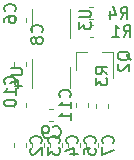
<source format=gbo>
G04 #@! TF.GenerationSoftware,KiCad,Pcbnew,(5.1.0)-1*
G04 #@! TF.CreationDate,2020-11-19T10:17:46+01:00*
G04 #@! TF.ProjectId,PCB_optical_sensors_2_PMW,5043425f-6f70-4746-9963-616c5f73656e,rev?*
G04 #@! TF.SameCoordinates,Original*
G04 #@! TF.FileFunction,Legend,Bot*
G04 #@! TF.FilePolarity,Positive*
%FSLAX46Y46*%
G04 Gerber Fmt 4.6, Leading zero omitted, Abs format (unit mm)*
G04 Created by KiCad (PCBNEW (5.1.0)-1) date 2020-11-19 10:17:46*
%MOMM*%
%LPD*%
G04 APERTURE LIST*
%ADD10C,0.120000*%
%ADD11C,0.150000*%
G04 APERTURE END LIST*
D10*
X160780000Y-82467267D02*
X160780000Y-82124733D01*
X161800000Y-82467267D02*
X161800000Y-82124733D01*
X163324000Y-82467267D02*
X163324000Y-82124733D01*
X162304000Y-82467267D02*
X162304000Y-82124733D01*
X163828000Y-82467267D02*
X163828000Y-82124733D01*
X164848000Y-82467267D02*
X164848000Y-82124733D01*
X166372000Y-82467267D02*
X166372000Y-82124733D01*
X165352000Y-82467267D02*
X165352000Y-82124733D01*
X161800000Y-71528733D02*
X161800000Y-71871267D01*
X160780000Y-71528733D02*
X160780000Y-71871267D01*
X166876000Y-82467267D02*
X166876000Y-82124733D01*
X167896000Y-82467267D02*
X167896000Y-82124733D01*
X161800000Y-75266733D02*
X161800000Y-75609267D01*
X160780000Y-75266733D02*
X160780000Y-75609267D01*
X163804733Y-80266000D02*
X164147267Y-80266000D01*
X163804733Y-79246000D02*
X164147267Y-79246000D01*
X161800000Y-78709733D02*
X161800000Y-79052267D01*
X160780000Y-78709733D02*
X160780000Y-79052267D01*
X166096000Y-78666733D02*
X166096000Y-79009267D01*
X167116000Y-78666733D02*
X167116000Y-79009267D01*
X166060000Y-74424000D02*
X166990000Y-74424000D01*
X169220000Y-74424000D02*
X168290000Y-74424000D01*
X169220000Y-74424000D02*
X169220000Y-76584000D01*
X166060000Y-74424000D02*
X166060000Y-75884000D01*
X167223221Y-73154000D02*
X167548779Y-73154000D01*
X167223221Y-72134000D02*
X167548779Y-72134000D01*
X167766000Y-78805721D02*
X167766000Y-79131279D01*
X168786000Y-78805721D02*
X168786000Y-79131279D01*
X167523279Y-71630000D02*
X167197721Y-71630000D01*
X167523279Y-70610000D02*
X167197721Y-70610000D01*
X162366000Y-72538000D02*
X162366000Y-70738000D01*
X165586000Y-70738000D02*
X165586000Y-73188000D01*
X162366000Y-77438000D02*
X162366000Y-74988000D01*
X165586000Y-75638000D02*
X165586000Y-77438000D01*
D11*
X163077142Y-82129333D02*
X163124761Y-82081714D01*
X163172380Y-81938857D01*
X163172380Y-81843619D01*
X163124761Y-81700761D01*
X163029523Y-81605523D01*
X162934285Y-81557904D01*
X162743809Y-81510285D01*
X162600952Y-81510285D01*
X162410476Y-81557904D01*
X162315238Y-81605523D01*
X162220000Y-81700761D01*
X162172380Y-81843619D01*
X162172380Y-81938857D01*
X162220000Y-82081714D01*
X162267619Y-82129333D01*
X162267619Y-82510285D02*
X162220000Y-82557904D01*
X162172380Y-82653142D01*
X162172380Y-82891238D01*
X162220000Y-82986476D01*
X162267619Y-83034095D01*
X162362857Y-83081714D01*
X162458095Y-83081714D01*
X162600952Y-83034095D01*
X163172380Y-82462666D01*
X163172380Y-83081714D01*
X164601142Y-82129333D02*
X164648761Y-82081714D01*
X164696380Y-81938857D01*
X164696380Y-81843619D01*
X164648761Y-81700761D01*
X164553523Y-81605523D01*
X164458285Y-81557904D01*
X164267809Y-81510285D01*
X164124952Y-81510285D01*
X163934476Y-81557904D01*
X163839238Y-81605523D01*
X163744000Y-81700761D01*
X163696380Y-81843619D01*
X163696380Y-81938857D01*
X163744000Y-82081714D01*
X163791619Y-82129333D01*
X163696380Y-82462666D02*
X163696380Y-83081714D01*
X164077333Y-82748380D01*
X164077333Y-82891238D01*
X164124952Y-82986476D01*
X164172571Y-83034095D01*
X164267809Y-83081714D01*
X164505904Y-83081714D01*
X164601142Y-83034095D01*
X164648761Y-82986476D01*
X164696380Y-82891238D01*
X164696380Y-82605523D01*
X164648761Y-82510285D01*
X164601142Y-82462666D01*
X166125142Y-82129333D02*
X166172761Y-82081714D01*
X166220380Y-81938857D01*
X166220380Y-81843619D01*
X166172761Y-81700761D01*
X166077523Y-81605523D01*
X165982285Y-81557904D01*
X165791809Y-81510285D01*
X165648952Y-81510285D01*
X165458476Y-81557904D01*
X165363238Y-81605523D01*
X165268000Y-81700761D01*
X165220380Y-81843619D01*
X165220380Y-81938857D01*
X165268000Y-82081714D01*
X165315619Y-82129333D01*
X165553714Y-82986476D02*
X166220380Y-82986476D01*
X165172761Y-82748380D02*
X165887047Y-82510285D01*
X165887047Y-83129333D01*
X167649142Y-82129333D02*
X167696761Y-82081714D01*
X167744380Y-81938857D01*
X167744380Y-81843619D01*
X167696761Y-81700761D01*
X167601523Y-81605523D01*
X167506285Y-81557904D01*
X167315809Y-81510285D01*
X167172952Y-81510285D01*
X166982476Y-81557904D01*
X166887238Y-81605523D01*
X166792000Y-81700761D01*
X166744380Y-81843619D01*
X166744380Y-81938857D01*
X166792000Y-82081714D01*
X166839619Y-82129333D01*
X166744380Y-83034095D02*
X166744380Y-82557904D01*
X167220571Y-82510285D01*
X167172952Y-82557904D01*
X167125333Y-82653142D01*
X167125333Y-82891238D01*
X167172952Y-82986476D01*
X167220571Y-83034095D01*
X167315809Y-83081714D01*
X167553904Y-83081714D01*
X167649142Y-83034095D01*
X167696761Y-82986476D01*
X167744380Y-82891238D01*
X167744380Y-82653142D01*
X167696761Y-82557904D01*
X167649142Y-82510285D01*
X160885142Y-70953333D02*
X160932761Y-70905714D01*
X160980380Y-70762857D01*
X160980380Y-70667619D01*
X160932761Y-70524761D01*
X160837523Y-70429523D01*
X160742285Y-70381904D01*
X160551809Y-70334285D01*
X160408952Y-70334285D01*
X160218476Y-70381904D01*
X160123238Y-70429523D01*
X160028000Y-70524761D01*
X159980380Y-70667619D01*
X159980380Y-70762857D01*
X160028000Y-70905714D01*
X160075619Y-70953333D01*
X159980380Y-71810476D02*
X159980380Y-71620000D01*
X160028000Y-71524761D01*
X160075619Y-71477142D01*
X160218476Y-71381904D01*
X160408952Y-71334285D01*
X160789904Y-71334285D01*
X160885142Y-71381904D01*
X160932761Y-71429523D01*
X160980380Y-71524761D01*
X160980380Y-71715238D01*
X160932761Y-71810476D01*
X160885142Y-71858095D01*
X160789904Y-71905714D01*
X160551809Y-71905714D01*
X160456571Y-71858095D01*
X160408952Y-71810476D01*
X160361333Y-71715238D01*
X160361333Y-71524761D01*
X160408952Y-71429523D01*
X160456571Y-71381904D01*
X160551809Y-71334285D01*
X169173142Y-82129333D02*
X169220761Y-82081714D01*
X169268380Y-81938857D01*
X169268380Y-81843619D01*
X169220761Y-81700761D01*
X169125523Y-81605523D01*
X169030285Y-81557904D01*
X168839809Y-81510285D01*
X168696952Y-81510285D01*
X168506476Y-81557904D01*
X168411238Y-81605523D01*
X168316000Y-81700761D01*
X168268380Y-81843619D01*
X168268380Y-81938857D01*
X168316000Y-82081714D01*
X168363619Y-82129333D01*
X168268380Y-82462666D02*
X168268380Y-83129333D01*
X169268380Y-82700761D01*
X163171142Y-72731333D02*
X163218761Y-72683714D01*
X163266380Y-72540857D01*
X163266380Y-72445619D01*
X163218761Y-72302761D01*
X163123523Y-72207523D01*
X163028285Y-72159904D01*
X162837809Y-72112285D01*
X162694952Y-72112285D01*
X162504476Y-72159904D01*
X162409238Y-72207523D01*
X162314000Y-72302761D01*
X162266380Y-72445619D01*
X162266380Y-72540857D01*
X162314000Y-72683714D01*
X162361619Y-72731333D01*
X162694952Y-73302761D02*
X162647333Y-73207523D01*
X162599714Y-73159904D01*
X162504476Y-73112285D01*
X162456857Y-73112285D01*
X162361619Y-73159904D01*
X162314000Y-73207523D01*
X162266380Y-73302761D01*
X162266380Y-73493238D01*
X162314000Y-73588476D01*
X162361619Y-73636095D01*
X162456857Y-73683714D01*
X162504476Y-73683714D01*
X162599714Y-73636095D01*
X162647333Y-73588476D01*
X162694952Y-73493238D01*
X162694952Y-73302761D01*
X162742571Y-73207523D01*
X162790190Y-73159904D01*
X162885428Y-73112285D01*
X163075904Y-73112285D01*
X163171142Y-73159904D01*
X163218761Y-73207523D01*
X163266380Y-73302761D01*
X163266380Y-73493238D01*
X163218761Y-73588476D01*
X163171142Y-73636095D01*
X163075904Y-73683714D01*
X162885428Y-73683714D01*
X162790190Y-73636095D01*
X162742571Y-73588476D01*
X162694952Y-73493238D01*
X164142666Y-81543142D02*
X164190285Y-81590761D01*
X164333142Y-81638380D01*
X164428380Y-81638380D01*
X164571238Y-81590761D01*
X164666476Y-81495523D01*
X164714095Y-81400285D01*
X164761714Y-81209809D01*
X164761714Y-81066952D01*
X164714095Y-80876476D01*
X164666476Y-80781238D01*
X164571238Y-80686000D01*
X164428380Y-80638380D01*
X164333142Y-80638380D01*
X164190285Y-80686000D01*
X164142666Y-80733619D01*
X163666476Y-81638380D02*
X163476000Y-81638380D01*
X163380761Y-81590761D01*
X163333142Y-81543142D01*
X163237904Y-81400285D01*
X163190285Y-81209809D01*
X163190285Y-80828857D01*
X163237904Y-80733619D01*
X163285523Y-80686000D01*
X163380761Y-80638380D01*
X163571238Y-80638380D01*
X163666476Y-80686000D01*
X163714095Y-80733619D01*
X163761714Y-80828857D01*
X163761714Y-81066952D01*
X163714095Y-81162190D01*
X163666476Y-81209809D01*
X163571238Y-81257428D01*
X163380761Y-81257428D01*
X163285523Y-81209809D01*
X163237904Y-81162190D01*
X163190285Y-81066952D01*
X160885142Y-77081142D02*
X160932761Y-77033523D01*
X160980380Y-76890666D01*
X160980380Y-76795428D01*
X160932761Y-76652571D01*
X160837523Y-76557333D01*
X160742285Y-76509714D01*
X160551809Y-76462095D01*
X160408952Y-76462095D01*
X160218476Y-76509714D01*
X160123238Y-76557333D01*
X160028000Y-76652571D01*
X159980380Y-76795428D01*
X159980380Y-76890666D01*
X160028000Y-77033523D01*
X160075619Y-77081142D01*
X160980380Y-78033523D02*
X160980380Y-77462095D01*
X160980380Y-77747809D02*
X159980380Y-77747809D01*
X160123238Y-77652571D01*
X160218476Y-77557333D01*
X160266095Y-77462095D01*
X159980380Y-78652571D02*
X159980380Y-78747809D01*
X160028000Y-78843047D01*
X160075619Y-78890666D01*
X160170857Y-78938285D01*
X160361333Y-78985904D01*
X160599428Y-78985904D01*
X160789904Y-78938285D01*
X160885142Y-78890666D01*
X160932761Y-78843047D01*
X160980380Y-78747809D01*
X160980380Y-78652571D01*
X160932761Y-78557333D01*
X160885142Y-78509714D01*
X160789904Y-78462095D01*
X160599428Y-78414476D01*
X160361333Y-78414476D01*
X160170857Y-78462095D01*
X160075619Y-78509714D01*
X160028000Y-78557333D01*
X159980380Y-78652571D01*
X165533142Y-78195142D02*
X165580761Y-78147523D01*
X165628380Y-78004666D01*
X165628380Y-77909428D01*
X165580761Y-77766571D01*
X165485523Y-77671333D01*
X165390285Y-77623714D01*
X165199809Y-77576095D01*
X165056952Y-77576095D01*
X164866476Y-77623714D01*
X164771238Y-77671333D01*
X164676000Y-77766571D01*
X164628380Y-77909428D01*
X164628380Y-78004666D01*
X164676000Y-78147523D01*
X164723619Y-78195142D01*
X165628380Y-79147523D02*
X165628380Y-78576095D01*
X165628380Y-78861809D02*
X164628380Y-78861809D01*
X164771238Y-78766571D01*
X164866476Y-78671333D01*
X164914095Y-78576095D01*
X165628380Y-80099904D02*
X165628380Y-79528476D01*
X165628380Y-79814190D02*
X164628380Y-79814190D01*
X164771238Y-79718952D01*
X164866476Y-79623714D01*
X164914095Y-79528476D01*
X170687619Y-75088761D02*
X170640000Y-74993523D01*
X170544761Y-74898285D01*
X170401904Y-74755428D01*
X170354285Y-74660190D01*
X170354285Y-74564952D01*
X170592380Y-74612571D02*
X170544761Y-74517333D01*
X170449523Y-74422095D01*
X170259047Y-74374476D01*
X169925714Y-74374476D01*
X169735238Y-74422095D01*
X169640000Y-74517333D01*
X169592380Y-74612571D01*
X169592380Y-74803047D01*
X169640000Y-74898285D01*
X169735238Y-74993523D01*
X169925714Y-75041142D01*
X170259047Y-75041142D01*
X170449523Y-74993523D01*
X170544761Y-74898285D01*
X170592380Y-74803047D01*
X170592380Y-74612571D01*
X169687619Y-75422095D02*
X169640000Y-75469714D01*
X169592380Y-75564952D01*
X169592380Y-75803047D01*
X169640000Y-75898285D01*
X169687619Y-75945904D01*
X169782857Y-75993523D01*
X169878095Y-75993523D01*
X170020952Y-75945904D01*
X170592380Y-75374476D01*
X170592380Y-75993523D01*
X170092666Y-73096380D02*
X170426000Y-72620190D01*
X170664095Y-73096380D02*
X170664095Y-72096380D01*
X170283142Y-72096380D01*
X170187904Y-72144000D01*
X170140285Y-72191619D01*
X170092666Y-72286857D01*
X170092666Y-72429714D01*
X170140285Y-72524952D01*
X170187904Y-72572571D01*
X170283142Y-72620190D01*
X170664095Y-72620190D01*
X169140285Y-73096380D02*
X169711714Y-73096380D01*
X169426000Y-73096380D02*
X169426000Y-72096380D01*
X169521238Y-72239238D01*
X169616476Y-72334476D01*
X169711714Y-72382095D01*
X168728380Y-76261833D02*
X168252190Y-75928500D01*
X168728380Y-75690404D02*
X167728380Y-75690404D01*
X167728380Y-76071357D01*
X167776000Y-76166595D01*
X167823619Y-76214214D01*
X167918857Y-76261833D01*
X168061714Y-76261833D01*
X168156952Y-76214214D01*
X168204571Y-76166595D01*
X168252190Y-76071357D01*
X168252190Y-75690404D01*
X167728380Y-76595166D02*
X167728380Y-77214214D01*
X168109333Y-76880880D01*
X168109333Y-77023738D01*
X168156952Y-77118976D01*
X168204571Y-77166595D01*
X168299809Y-77214214D01*
X168537904Y-77214214D01*
X168633142Y-77166595D01*
X168680761Y-77118976D01*
X168728380Y-77023738D01*
X168728380Y-76738023D01*
X168680761Y-76642785D01*
X168633142Y-76595166D01*
X169838666Y-71572380D02*
X170172000Y-71096190D01*
X170410095Y-71572380D02*
X170410095Y-70572380D01*
X170029142Y-70572380D01*
X169933904Y-70620000D01*
X169886285Y-70667619D01*
X169838666Y-70762857D01*
X169838666Y-70905714D01*
X169886285Y-71000952D01*
X169933904Y-71048571D01*
X170029142Y-71096190D01*
X170410095Y-71096190D01*
X168981523Y-70905714D02*
X168981523Y-71572380D01*
X169219619Y-70524761D02*
X169457714Y-71239047D01*
X168838666Y-71239047D01*
X166328380Y-70876095D02*
X167137904Y-70876095D01*
X167233142Y-70923714D01*
X167280761Y-70971333D01*
X167328380Y-71066571D01*
X167328380Y-71257047D01*
X167280761Y-71352285D01*
X167233142Y-71399904D01*
X167137904Y-71447523D01*
X166328380Y-71447523D01*
X166328380Y-71828476D02*
X166328380Y-72447523D01*
X166709333Y-72114190D01*
X166709333Y-72257047D01*
X166756952Y-72352285D01*
X166804571Y-72399904D01*
X166899809Y-72447523D01*
X167137904Y-72447523D01*
X167233142Y-72399904D01*
X167280761Y-72352285D01*
X167328380Y-72257047D01*
X167328380Y-71971333D01*
X167280761Y-71876095D01*
X167233142Y-71828476D01*
X160528380Y-75776095D02*
X161337904Y-75776095D01*
X161433142Y-75823714D01*
X161480761Y-75871333D01*
X161528380Y-75966571D01*
X161528380Y-76157047D01*
X161480761Y-76252285D01*
X161433142Y-76299904D01*
X161337904Y-76347523D01*
X160528380Y-76347523D01*
X160861714Y-77252285D02*
X161528380Y-77252285D01*
X160480761Y-77014190D02*
X161195047Y-76776095D01*
X161195047Y-77395142D01*
M02*

</source>
